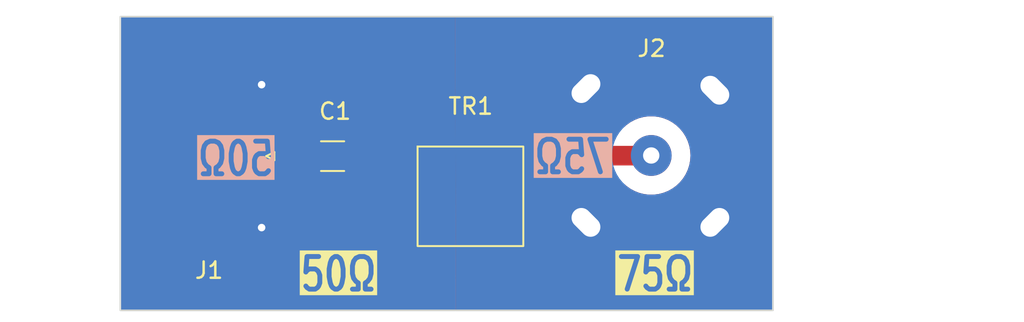
<source format=kicad_pcb>
(kicad_pcb (version 20241229) (generator "pcbnew") (generator_version "9.0")
  (layers (0 "F.Cu" signal) (2 "B.Cu" signal) (13 "F.Paste" user) (15 "B.Paste" user) (5 "F.SilkS" user "F.Silkscreen") (7 "B.SilkS" user "B.Silkscreen") (1 "F.Mask" user) (3 "B.Mask" user) (25 "Edge.Cuts" user))
  (net 0 "")
  (net 1 "Net-(C1-Pad1)")
  (net 2 "Net-(J1-In)")
  (net 3 "Net-(C2-Pad1)")
  (net 4 "GND")
  (footprint "Capacitor_SMD:C_1206_3216Metric" (layer "F.Cu") (at 114.95 104.8175 180)
    (property "Reference" "C1" (at -0.15 2.7475 180) (layer "F.SilkS"))
    (property "Value" "72p")
    (fp_line (start -0.711252 0.91) (end 0.711252 0.91) (stroke (width 0.12)) (layer "F.SilkS"))
    (fp_line (start -0.711252 -0.91) (end 0.711252 -0.91) (stroke (width 0.12)) (layer "F.SilkS"))
    (pad "1" smd roundrect (at -1.475 0 180) (size 1.15 1.8) (layers "F.Cu" "F.Mask" "F.Paste") (roundrect_rratio 0.217391) (net 1 "Net-(C1-Pad1)"))
    (pad "2" smd roundrect (at 1.475 0 180) (size 1.15 1.8) (layers "F.Cu" "F.Mask" "F.Paste") (roundrect_rratio 0.217391) (net 2 "Net-(J1-In)"))
  )
  (footprint "Transformatory:Tranformator_Coilcraft_TTWB1015L" (layer "F.Cu") (at 120.16 104.23)
    (property "Reference" "TR1" (at 3.26 -2.47 0) (layer "F.SilkS"))
    (property "Value" "ADT1.5-2")
    (fp_rect (start 0 0) (end 6.48 6.1) (stroke (width 0.12)) (fill no) (layer "F.SilkS"))
    (pad "1" smd rect (at 0.38 0.58) (size 1.2 1.35) (layers "F.Cu" "F.Mask" "F.Paste") (net 1 "Net-(C1-Pad1)"))
    (pad "2" smd rect (at 0.39 3.07) (size 1.2 1.35) (layers "F.Cu" "F.Mask" "F.Paste"))
    (pad "3" smd rect (at 0.37 5.55) (size 1.2 1.35) (layers "F.Cu" "F.Mask" "F.Paste") (net 4 "GND"))
    (pad "4" smd rect (at 6.03 5.51) (size 1.2 1.3) (layers "F.Cu" "F.Mask" "F.Paste") (net 4 "GND"))
    (pad "5" smd rect (at 6.03 3.08) (size 1.2 1.35) (layers "F.Cu" "F.Mask" "F.Paste"))
    (pad "6" smd rect (at 6.03 0.54) (size 1.2 1.35) (layers "F.Cu" "F.Mask" "F.Paste") (net 3 "Net-(C2-Pad1)"))
  )
  (footprint "Connector_Coaxial:SMA_Molex_73251-1153_EdgeMount_Horizontal" (layer "F.Cu") (at 108.88 104.8175)
    (property "Reference" "J1" (at -1.5 7 0) (layer "F.SilkS"))
    (property "Value" "Conn_Coaxial")
    (fp_line (start 2 0) (end 2.5 -0.25) (stroke (width 0.12)) (layer "F.SilkS"))
    (fp_line (start 2.5 -0.25) (end 2.5 0.25) (stroke (width 0.12)) (layer "F.SilkS"))
    (fp_line (start 2.5 0.25) (end 2 0) (stroke (width 0.12)) (layer "F.SilkS"))
    (pad "1" smd rect (at -1.72 0) (size 5.08 2.29) (layers "F.Cu" "F.Mask" "F.Paste") (net 2 "Net-(J1-In)"))
    (pad "2" smd rect (at -1.72 -4.38) (size 5.08 2.42) (layers "F.Cu" "F.Mask" "F.Paste") (net 4 "GND"))
    (pad "2" smd rect (at -1.72 -4.38) (size 5.08 2.42) (layers "B.Cu" "B.Mask" "B.Paste") (net 4 "GND"))
    (pad "2" smd rect (at -1.72 4.38) (size 5.08 2.42) (layers "F.Cu" "F.Mask" "F.Paste") (net 4 "GND"))
    (pad "2" smd rect (at -1.72 4.38) (size 5.08 2.42) (layers "B.Cu" "B.Mask" "B.Paste") (net 4 "GND"))
    (pad "2" smd rect (at 1.27 -4.38) (size 0.95 0.46) (layers "F.Cu") (net 4 "GND"))
    (pad "2" smd rect (at 1.27 -4.38) (size 0.95 0.46) (layers "B.Cu") (net 4 "GND"))
    (pad "2" smd rect (at 1.27 4.38) (size 0.95 0.46) (layers "F.Cu") (net 4 "GND"))
    (pad "2" smd rect (at 1.27 4.38) (size 0.95 0.46) (layers "B.Cu") (net 4 "GND"))
    (pad "2" thru_hole circle (at 1.72 -4.38) (size 0.97 0.97) (drill 0.46) (layers "*.Cu") (net 4 "GND"))
    (pad "2" thru_hole circle (at 1.72 4.38) (size 0.97 0.97) (drill 0.46) (layers "*.Cu") (net 4 "GND"))
  )
  (footprint "Konektory:Coax_F_female_poziomy" (layer "F.Cu") (at 134.48 104.7775)
    (property "Reference" "J2" (at 0.02 -6.56 0) (layer "F.SilkS"))
    (property "Value" "Coax_F_female_poziomy")
    (pad "1" thru_hole circle (at 0 0) (size 2.5 2.5) (drill 1) (layers "*.Cu" "*.Mask") (net 3 "Net-(C2-Pad1)"))
    (pad "2" thru_hole circle (at -4 -4.1 315) (size 3.5 3.5) (drill oval 1.2 2) (layers "*.Cu" "*.Mask") (net 4 "GND"))
    (pad "2" thru_hole circle (at -4 4.1 45) (size 3.5 3.5) (drill oval 1.2 2) (layers "*.Cu" "*.Mask") (net 4 "GND"))
    (pad "2" thru_hole circle (at 3.9 -4 45) (size 3.5 3.5) (drill oval 1.2 2) (layers "*.Cu" "*.Mask") (net 4 "GND"))
    (pad "2" thru_hole circle (at 3.9 4.1 315) (size 3.5 3.5) (drill oval 1.2 2) (layers "*.Cu" "*.Mask") (net 4 "GND"))
  )
  (gr_rect (start 101.94 96.27) (end 141.94 114.27) (stroke (width 0.1)) (fill no) (layer "Edge.Cuts"))
  (gr_text "75Ω" (at 134.72 113.23 0) (layer "F.SilkS" knockout) (effects (font (size 2 1.5) (thickness 0.3) (bold yes)) (justify bottom)))
  (gr_text "50Ω" (at 115.31 113.23 0) (layer "F.SilkS" knockout) (effects (font (size 2 1.5) (thickness 0.3) (bold yes)) (justify bottom)))
  (gr_text "50Ω" (at 109.02 106.16 0) (layer "B.SilkS" knockout) (effects (font (size 2 1.5) (thickness 0.3) (bold yes)) (justify bottom mirror)))
  (gr_text "75Ω" (at 129.65 106.04 0) (layer "B.SilkS" knockout) (effects (font (size 2 1.5) (thickness 0.3) (bold yes)) (justify bottom mirror)))
  (segment (start 120.5325 104.8175) (end 120.54 104.81) (width 0.25) (layer "F.Cu") (net 1))
  (segment (start 116.9 104.8175) (end 119.9 104.8175) (width 1.8) (layer "F.Cu") (net 1))
  (segment (start 106.9 104.8375) (end 106.92 104.8175) (width 1.5) (layer "F.Cu") (net 2))
  (segment (start 106.66 104.8175) (end 113.1 104.8175) (width 1.8) (layer "F.Cu") (net 2))
  (segment (start 126.2075 104.7875) (end 126.19 104.77) (width 1.12) (layer "F.Cu") (net 3))
  (segment (start 134.44 104.7875) (end 126.2075 104.7875) (width 1.2) (layer "F.Cu") (net 3))
  (zone (net 4) (net_name "GND") (layers "F.Cu" "B.Cu") (priority 1) (connect_pads yes (clearance 1.15)) (min_thickness 0.25) (fill yes (thermal_gap 0.5) (thermal_bridge_width 0.5))
    (polygon (pts (xy 122.47 95.2475) (xy 142.82 95.2575) (xy 142.89 115.0075) (xy 122.5 114.9875)))
  )
  (zone (net 4) (net_name "GND") (layers "F.Cu" "B.Cu") (connect_pads yes (clearance 0.425)) (min_thickness 0.25) (fill yes (thermal_gap 0.5) (thermal_bridge_width 0.5) (smoothing chamfer) (island_removal_mode 2) (island_area_min 10))
    (polygon (pts (xy 101.31 95.2575) (xy 122.47 95.2475) (xy 122.72 114.9275) (xy 101.26 114.9375)))
  )
)
</source>
